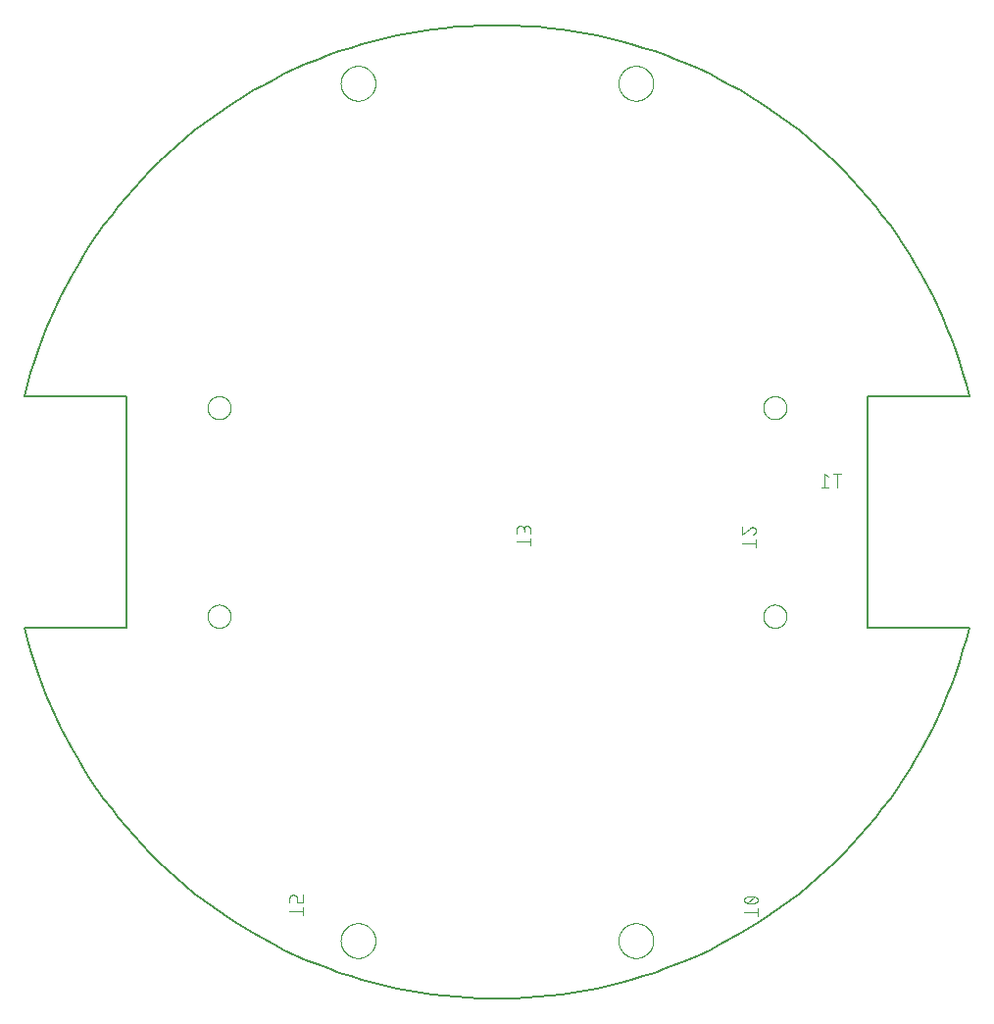
<source format=gbo>
G75*
%MOIN*%
%OFA0B0*%
%FSLAX25Y25*%
%IPPOS*%
%LPD*%
%AMOC8*
5,1,8,0,0,1.08239X$1,22.5*
%
%ADD10C,0.00600*%
%ADD11C,0.00000*%
%ADD12C,0.00400*%
D10*
X0018150Y0144410D02*
X0052796Y0144410D01*
X0052796Y0223150D01*
X0018150Y0223150D01*
X0018150Y0223151D02*
X0019158Y0227061D01*
X0020260Y0230946D01*
X0021458Y0234802D01*
X0022749Y0238628D01*
X0024133Y0242421D01*
X0025609Y0246180D01*
X0027177Y0249901D01*
X0028835Y0253583D01*
X0030582Y0257223D01*
X0032418Y0260820D01*
X0034341Y0264370D01*
X0036350Y0267873D01*
X0038445Y0271326D01*
X0040622Y0274726D01*
X0042882Y0278072D01*
X0045224Y0281362D01*
X0047644Y0284594D01*
X0050143Y0287766D01*
X0052719Y0290876D01*
X0055370Y0293922D01*
X0058094Y0296902D01*
X0060891Y0299815D01*
X0063758Y0302659D01*
X0066693Y0305432D01*
X0069695Y0308132D01*
X0072762Y0310759D01*
X0075892Y0313309D01*
X0079084Y0315783D01*
X0082335Y0318178D01*
X0085644Y0320493D01*
X0089008Y0322726D01*
X0092426Y0324876D01*
X0095895Y0326943D01*
X0099414Y0328924D01*
X0102979Y0330818D01*
X0106591Y0332625D01*
X0110245Y0334344D01*
X0113940Y0335972D01*
X0117673Y0337510D01*
X0121444Y0338956D01*
X0125248Y0340310D01*
X0129084Y0341570D01*
X0132950Y0342737D01*
X0136843Y0343808D01*
X0140761Y0344784D01*
X0144702Y0345665D01*
X0148663Y0346448D01*
X0152643Y0347135D01*
X0156637Y0347725D01*
X0160645Y0348217D01*
X0164664Y0348610D01*
X0168691Y0348906D01*
X0172724Y0349103D01*
X0176761Y0349202D01*
X0180799Y0349202D01*
X0184836Y0349103D01*
X0188869Y0348906D01*
X0192896Y0348610D01*
X0196915Y0348217D01*
X0200923Y0347725D01*
X0204917Y0347135D01*
X0208897Y0346448D01*
X0212858Y0345665D01*
X0216799Y0344784D01*
X0220717Y0343808D01*
X0224610Y0342737D01*
X0228476Y0341570D01*
X0232312Y0340310D01*
X0236116Y0338956D01*
X0239887Y0337510D01*
X0243620Y0335972D01*
X0247315Y0334344D01*
X0250969Y0332625D01*
X0254581Y0330818D01*
X0258146Y0328924D01*
X0261665Y0326943D01*
X0265134Y0324876D01*
X0268552Y0322726D01*
X0271916Y0320493D01*
X0275225Y0318178D01*
X0278476Y0315783D01*
X0281668Y0313309D01*
X0284798Y0310759D01*
X0287865Y0308132D01*
X0290867Y0305432D01*
X0293802Y0302659D01*
X0296669Y0299815D01*
X0299466Y0296902D01*
X0302190Y0293922D01*
X0304841Y0290876D01*
X0307417Y0287766D01*
X0309916Y0284594D01*
X0312336Y0281362D01*
X0314678Y0278072D01*
X0316938Y0274726D01*
X0319115Y0271326D01*
X0321210Y0267873D01*
X0323219Y0264370D01*
X0325142Y0260820D01*
X0326978Y0257223D01*
X0328725Y0253583D01*
X0330383Y0249901D01*
X0331951Y0246180D01*
X0333427Y0242421D01*
X0334811Y0238628D01*
X0336102Y0234802D01*
X0337300Y0230946D01*
X0338402Y0227061D01*
X0339410Y0223151D01*
X0339410Y0223150D02*
X0304765Y0223150D01*
X0304765Y0144410D01*
X0339410Y0144410D01*
X0338402Y0140500D01*
X0337300Y0136615D01*
X0336102Y0132759D01*
X0334811Y0128933D01*
X0333427Y0125140D01*
X0331951Y0121381D01*
X0330383Y0117660D01*
X0328725Y0113978D01*
X0326978Y0110338D01*
X0325142Y0106741D01*
X0323219Y0103191D01*
X0321210Y0099688D01*
X0319115Y0096235D01*
X0316938Y0092835D01*
X0314678Y0089489D01*
X0312336Y0086199D01*
X0309916Y0082967D01*
X0307417Y0079795D01*
X0304841Y0076685D01*
X0302190Y0073639D01*
X0299466Y0070659D01*
X0296669Y0067746D01*
X0293802Y0064902D01*
X0290867Y0062129D01*
X0287865Y0059429D01*
X0284798Y0056802D01*
X0281668Y0054252D01*
X0278476Y0051778D01*
X0275225Y0049383D01*
X0271916Y0047068D01*
X0268552Y0044835D01*
X0265134Y0042685D01*
X0261665Y0040618D01*
X0258146Y0038637D01*
X0254581Y0036743D01*
X0250969Y0034936D01*
X0247315Y0033217D01*
X0243620Y0031589D01*
X0239887Y0030051D01*
X0236116Y0028605D01*
X0232312Y0027251D01*
X0228476Y0025991D01*
X0224610Y0024824D01*
X0220717Y0023753D01*
X0216799Y0022777D01*
X0212858Y0021896D01*
X0208897Y0021113D01*
X0204917Y0020426D01*
X0200923Y0019836D01*
X0196915Y0019344D01*
X0192896Y0018951D01*
X0188869Y0018655D01*
X0184836Y0018458D01*
X0180799Y0018359D01*
X0176761Y0018359D01*
X0172724Y0018458D01*
X0168691Y0018655D01*
X0164664Y0018951D01*
X0160645Y0019344D01*
X0156637Y0019836D01*
X0152643Y0020426D01*
X0148663Y0021113D01*
X0144702Y0021896D01*
X0140761Y0022777D01*
X0136843Y0023753D01*
X0132950Y0024824D01*
X0129084Y0025991D01*
X0125248Y0027251D01*
X0121444Y0028605D01*
X0117673Y0030051D01*
X0113940Y0031589D01*
X0110245Y0033217D01*
X0106591Y0034936D01*
X0102979Y0036743D01*
X0099414Y0038637D01*
X0095895Y0040618D01*
X0092426Y0042685D01*
X0089008Y0044835D01*
X0085644Y0047068D01*
X0082335Y0049383D01*
X0079084Y0051778D01*
X0075892Y0054252D01*
X0072762Y0056802D01*
X0069695Y0059429D01*
X0066693Y0062129D01*
X0063758Y0064902D01*
X0060891Y0067746D01*
X0058094Y0070659D01*
X0055370Y0073639D01*
X0052719Y0076685D01*
X0050143Y0079795D01*
X0047644Y0082967D01*
X0045224Y0086199D01*
X0042882Y0089489D01*
X0040622Y0092835D01*
X0038445Y0096235D01*
X0036350Y0099688D01*
X0034341Y0103191D01*
X0032418Y0106741D01*
X0030582Y0110338D01*
X0028835Y0113978D01*
X0027177Y0117660D01*
X0025609Y0121381D01*
X0024133Y0125140D01*
X0022749Y0128933D01*
X0021458Y0132759D01*
X0020260Y0136615D01*
X0019158Y0140500D01*
X0018150Y0144410D01*
D11*
X0080355Y0148347D02*
X0080357Y0148472D01*
X0080363Y0148597D01*
X0080373Y0148721D01*
X0080387Y0148845D01*
X0080404Y0148969D01*
X0080426Y0149092D01*
X0080452Y0149214D01*
X0080481Y0149336D01*
X0080514Y0149456D01*
X0080552Y0149575D01*
X0080592Y0149694D01*
X0080637Y0149810D01*
X0080685Y0149925D01*
X0080737Y0150039D01*
X0080793Y0150151D01*
X0080852Y0150261D01*
X0080914Y0150369D01*
X0080980Y0150476D01*
X0081049Y0150580D01*
X0081122Y0150681D01*
X0081197Y0150781D01*
X0081276Y0150878D01*
X0081358Y0150972D01*
X0081443Y0151064D01*
X0081530Y0151153D01*
X0081621Y0151239D01*
X0081714Y0151322D01*
X0081810Y0151403D01*
X0081908Y0151480D01*
X0082008Y0151554D01*
X0082111Y0151625D01*
X0082216Y0151692D01*
X0082324Y0151757D01*
X0082433Y0151817D01*
X0082544Y0151875D01*
X0082657Y0151928D01*
X0082771Y0151978D01*
X0082887Y0152025D01*
X0083004Y0152067D01*
X0083123Y0152106D01*
X0083243Y0152142D01*
X0083364Y0152173D01*
X0083486Y0152201D01*
X0083608Y0152224D01*
X0083732Y0152244D01*
X0083856Y0152260D01*
X0083980Y0152272D01*
X0084105Y0152280D01*
X0084230Y0152284D01*
X0084354Y0152284D01*
X0084479Y0152280D01*
X0084604Y0152272D01*
X0084728Y0152260D01*
X0084852Y0152244D01*
X0084976Y0152224D01*
X0085098Y0152201D01*
X0085220Y0152173D01*
X0085341Y0152142D01*
X0085461Y0152106D01*
X0085580Y0152067D01*
X0085697Y0152025D01*
X0085813Y0151978D01*
X0085927Y0151928D01*
X0086040Y0151875D01*
X0086151Y0151817D01*
X0086261Y0151757D01*
X0086368Y0151692D01*
X0086473Y0151625D01*
X0086576Y0151554D01*
X0086676Y0151480D01*
X0086774Y0151403D01*
X0086870Y0151322D01*
X0086963Y0151239D01*
X0087054Y0151153D01*
X0087141Y0151064D01*
X0087226Y0150972D01*
X0087308Y0150878D01*
X0087387Y0150781D01*
X0087462Y0150681D01*
X0087535Y0150580D01*
X0087604Y0150476D01*
X0087670Y0150369D01*
X0087732Y0150261D01*
X0087791Y0150151D01*
X0087847Y0150039D01*
X0087899Y0149925D01*
X0087947Y0149810D01*
X0087992Y0149694D01*
X0088032Y0149575D01*
X0088070Y0149456D01*
X0088103Y0149336D01*
X0088132Y0149214D01*
X0088158Y0149092D01*
X0088180Y0148969D01*
X0088197Y0148845D01*
X0088211Y0148721D01*
X0088221Y0148597D01*
X0088227Y0148472D01*
X0088229Y0148347D01*
X0088227Y0148222D01*
X0088221Y0148097D01*
X0088211Y0147973D01*
X0088197Y0147849D01*
X0088180Y0147725D01*
X0088158Y0147602D01*
X0088132Y0147480D01*
X0088103Y0147358D01*
X0088070Y0147238D01*
X0088032Y0147119D01*
X0087992Y0147000D01*
X0087947Y0146884D01*
X0087899Y0146769D01*
X0087847Y0146655D01*
X0087791Y0146543D01*
X0087732Y0146433D01*
X0087670Y0146325D01*
X0087604Y0146218D01*
X0087535Y0146114D01*
X0087462Y0146013D01*
X0087387Y0145913D01*
X0087308Y0145816D01*
X0087226Y0145722D01*
X0087141Y0145630D01*
X0087054Y0145541D01*
X0086963Y0145455D01*
X0086870Y0145372D01*
X0086774Y0145291D01*
X0086676Y0145214D01*
X0086576Y0145140D01*
X0086473Y0145069D01*
X0086368Y0145002D01*
X0086260Y0144937D01*
X0086151Y0144877D01*
X0086040Y0144819D01*
X0085927Y0144766D01*
X0085813Y0144716D01*
X0085697Y0144669D01*
X0085580Y0144627D01*
X0085461Y0144588D01*
X0085341Y0144552D01*
X0085220Y0144521D01*
X0085098Y0144493D01*
X0084976Y0144470D01*
X0084852Y0144450D01*
X0084728Y0144434D01*
X0084604Y0144422D01*
X0084479Y0144414D01*
X0084354Y0144410D01*
X0084230Y0144410D01*
X0084105Y0144414D01*
X0083980Y0144422D01*
X0083856Y0144434D01*
X0083732Y0144450D01*
X0083608Y0144470D01*
X0083486Y0144493D01*
X0083364Y0144521D01*
X0083243Y0144552D01*
X0083123Y0144588D01*
X0083004Y0144627D01*
X0082887Y0144669D01*
X0082771Y0144716D01*
X0082657Y0144766D01*
X0082544Y0144819D01*
X0082433Y0144877D01*
X0082323Y0144937D01*
X0082216Y0145002D01*
X0082111Y0145069D01*
X0082008Y0145140D01*
X0081908Y0145214D01*
X0081810Y0145291D01*
X0081714Y0145372D01*
X0081621Y0145455D01*
X0081530Y0145541D01*
X0081443Y0145630D01*
X0081358Y0145722D01*
X0081276Y0145816D01*
X0081197Y0145913D01*
X0081122Y0146013D01*
X0081049Y0146114D01*
X0080980Y0146218D01*
X0080914Y0146325D01*
X0080852Y0146433D01*
X0080793Y0146543D01*
X0080737Y0146655D01*
X0080685Y0146769D01*
X0080637Y0146884D01*
X0080592Y0147000D01*
X0080552Y0147119D01*
X0080514Y0147238D01*
X0080481Y0147358D01*
X0080452Y0147480D01*
X0080426Y0147602D01*
X0080404Y0147725D01*
X0080387Y0147849D01*
X0080373Y0147973D01*
X0080363Y0148097D01*
X0080357Y0148222D01*
X0080355Y0148347D01*
X0080355Y0219213D02*
X0080357Y0219338D01*
X0080363Y0219463D01*
X0080373Y0219587D01*
X0080387Y0219711D01*
X0080404Y0219835D01*
X0080426Y0219958D01*
X0080452Y0220080D01*
X0080481Y0220202D01*
X0080514Y0220322D01*
X0080552Y0220441D01*
X0080592Y0220560D01*
X0080637Y0220676D01*
X0080685Y0220791D01*
X0080737Y0220905D01*
X0080793Y0221017D01*
X0080852Y0221127D01*
X0080914Y0221235D01*
X0080980Y0221342D01*
X0081049Y0221446D01*
X0081122Y0221547D01*
X0081197Y0221647D01*
X0081276Y0221744D01*
X0081358Y0221838D01*
X0081443Y0221930D01*
X0081530Y0222019D01*
X0081621Y0222105D01*
X0081714Y0222188D01*
X0081810Y0222269D01*
X0081908Y0222346D01*
X0082008Y0222420D01*
X0082111Y0222491D01*
X0082216Y0222558D01*
X0082324Y0222623D01*
X0082433Y0222683D01*
X0082544Y0222741D01*
X0082657Y0222794D01*
X0082771Y0222844D01*
X0082887Y0222891D01*
X0083004Y0222933D01*
X0083123Y0222972D01*
X0083243Y0223008D01*
X0083364Y0223039D01*
X0083486Y0223067D01*
X0083608Y0223090D01*
X0083732Y0223110D01*
X0083856Y0223126D01*
X0083980Y0223138D01*
X0084105Y0223146D01*
X0084230Y0223150D01*
X0084354Y0223150D01*
X0084479Y0223146D01*
X0084604Y0223138D01*
X0084728Y0223126D01*
X0084852Y0223110D01*
X0084976Y0223090D01*
X0085098Y0223067D01*
X0085220Y0223039D01*
X0085341Y0223008D01*
X0085461Y0222972D01*
X0085580Y0222933D01*
X0085697Y0222891D01*
X0085813Y0222844D01*
X0085927Y0222794D01*
X0086040Y0222741D01*
X0086151Y0222683D01*
X0086261Y0222623D01*
X0086368Y0222558D01*
X0086473Y0222491D01*
X0086576Y0222420D01*
X0086676Y0222346D01*
X0086774Y0222269D01*
X0086870Y0222188D01*
X0086963Y0222105D01*
X0087054Y0222019D01*
X0087141Y0221930D01*
X0087226Y0221838D01*
X0087308Y0221744D01*
X0087387Y0221647D01*
X0087462Y0221547D01*
X0087535Y0221446D01*
X0087604Y0221342D01*
X0087670Y0221235D01*
X0087732Y0221127D01*
X0087791Y0221017D01*
X0087847Y0220905D01*
X0087899Y0220791D01*
X0087947Y0220676D01*
X0087992Y0220560D01*
X0088032Y0220441D01*
X0088070Y0220322D01*
X0088103Y0220202D01*
X0088132Y0220080D01*
X0088158Y0219958D01*
X0088180Y0219835D01*
X0088197Y0219711D01*
X0088211Y0219587D01*
X0088221Y0219463D01*
X0088227Y0219338D01*
X0088229Y0219213D01*
X0088227Y0219088D01*
X0088221Y0218963D01*
X0088211Y0218839D01*
X0088197Y0218715D01*
X0088180Y0218591D01*
X0088158Y0218468D01*
X0088132Y0218346D01*
X0088103Y0218224D01*
X0088070Y0218104D01*
X0088032Y0217985D01*
X0087992Y0217866D01*
X0087947Y0217750D01*
X0087899Y0217635D01*
X0087847Y0217521D01*
X0087791Y0217409D01*
X0087732Y0217299D01*
X0087670Y0217191D01*
X0087604Y0217084D01*
X0087535Y0216980D01*
X0087462Y0216879D01*
X0087387Y0216779D01*
X0087308Y0216682D01*
X0087226Y0216588D01*
X0087141Y0216496D01*
X0087054Y0216407D01*
X0086963Y0216321D01*
X0086870Y0216238D01*
X0086774Y0216157D01*
X0086676Y0216080D01*
X0086576Y0216006D01*
X0086473Y0215935D01*
X0086368Y0215868D01*
X0086260Y0215803D01*
X0086151Y0215743D01*
X0086040Y0215685D01*
X0085927Y0215632D01*
X0085813Y0215582D01*
X0085697Y0215535D01*
X0085580Y0215493D01*
X0085461Y0215454D01*
X0085341Y0215418D01*
X0085220Y0215387D01*
X0085098Y0215359D01*
X0084976Y0215336D01*
X0084852Y0215316D01*
X0084728Y0215300D01*
X0084604Y0215288D01*
X0084479Y0215280D01*
X0084354Y0215276D01*
X0084230Y0215276D01*
X0084105Y0215280D01*
X0083980Y0215288D01*
X0083856Y0215300D01*
X0083732Y0215316D01*
X0083608Y0215336D01*
X0083486Y0215359D01*
X0083364Y0215387D01*
X0083243Y0215418D01*
X0083123Y0215454D01*
X0083004Y0215493D01*
X0082887Y0215535D01*
X0082771Y0215582D01*
X0082657Y0215632D01*
X0082544Y0215685D01*
X0082433Y0215743D01*
X0082323Y0215803D01*
X0082216Y0215868D01*
X0082111Y0215935D01*
X0082008Y0216006D01*
X0081908Y0216080D01*
X0081810Y0216157D01*
X0081714Y0216238D01*
X0081621Y0216321D01*
X0081530Y0216407D01*
X0081443Y0216496D01*
X0081358Y0216588D01*
X0081276Y0216682D01*
X0081197Y0216779D01*
X0081122Y0216879D01*
X0081049Y0216980D01*
X0080980Y0217084D01*
X0080914Y0217191D01*
X0080852Y0217299D01*
X0080793Y0217409D01*
X0080737Y0217521D01*
X0080685Y0217635D01*
X0080637Y0217750D01*
X0080592Y0217866D01*
X0080552Y0217985D01*
X0080514Y0218104D01*
X0080481Y0218224D01*
X0080452Y0218346D01*
X0080426Y0218468D01*
X0080404Y0218591D01*
X0080387Y0218715D01*
X0080373Y0218839D01*
X0080363Y0218963D01*
X0080357Y0219088D01*
X0080355Y0219213D01*
X0125630Y0329450D02*
X0125632Y0329603D01*
X0125638Y0329757D01*
X0125648Y0329910D01*
X0125662Y0330062D01*
X0125680Y0330215D01*
X0125702Y0330366D01*
X0125727Y0330517D01*
X0125757Y0330668D01*
X0125791Y0330818D01*
X0125828Y0330966D01*
X0125869Y0331114D01*
X0125914Y0331260D01*
X0125963Y0331406D01*
X0126016Y0331550D01*
X0126072Y0331692D01*
X0126132Y0331833D01*
X0126196Y0331973D01*
X0126263Y0332111D01*
X0126334Y0332247D01*
X0126409Y0332381D01*
X0126486Y0332513D01*
X0126568Y0332643D01*
X0126652Y0332771D01*
X0126740Y0332897D01*
X0126831Y0333020D01*
X0126925Y0333141D01*
X0127023Y0333259D01*
X0127123Y0333375D01*
X0127227Y0333488D01*
X0127333Y0333599D01*
X0127442Y0333707D01*
X0127554Y0333812D01*
X0127668Y0333913D01*
X0127786Y0334012D01*
X0127905Y0334108D01*
X0128027Y0334201D01*
X0128152Y0334290D01*
X0128279Y0334377D01*
X0128408Y0334459D01*
X0128539Y0334539D01*
X0128672Y0334615D01*
X0128807Y0334688D01*
X0128944Y0334757D01*
X0129083Y0334822D01*
X0129223Y0334884D01*
X0129365Y0334942D01*
X0129508Y0334997D01*
X0129653Y0335048D01*
X0129799Y0335095D01*
X0129946Y0335138D01*
X0130094Y0335177D01*
X0130243Y0335213D01*
X0130393Y0335244D01*
X0130544Y0335272D01*
X0130695Y0335296D01*
X0130848Y0335316D01*
X0131000Y0335332D01*
X0131153Y0335344D01*
X0131306Y0335352D01*
X0131459Y0335356D01*
X0131613Y0335356D01*
X0131766Y0335352D01*
X0131919Y0335344D01*
X0132072Y0335332D01*
X0132224Y0335316D01*
X0132377Y0335296D01*
X0132528Y0335272D01*
X0132679Y0335244D01*
X0132829Y0335213D01*
X0132978Y0335177D01*
X0133126Y0335138D01*
X0133273Y0335095D01*
X0133419Y0335048D01*
X0133564Y0334997D01*
X0133707Y0334942D01*
X0133849Y0334884D01*
X0133989Y0334822D01*
X0134128Y0334757D01*
X0134265Y0334688D01*
X0134400Y0334615D01*
X0134533Y0334539D01*
X0134664Y0334459D01*
X0134793Y0334377D01*
X0134920Y0334290D01*
X0135045Y0334201D01*
X0135167Y0334108D01*
X0135286Y0334012D01*
X0135404Y0333913D01*
X0135518Y0333812D01*
X0135630Y0333707D01*
X0135739Y0333599D01*
X0135845Y0333488D01*
X0135949Y0333375D01*
X0136049Y0333259D01*
X0136147Y0333141D01*
X0136241Y0333020D01*
X0136332Y0332897D01*
X0136420Y0332771D01*
X0136504Y0332643D01*
X0136586Y0332513D01*
X0136663Y0332381D01*
X0136738Y0332247D01*
X0136809Y0332111D01*
X0136876Y0331973D01*
X0136940Y0331833D01*
X0137000Y0331692D01*
X0137056Y0331550D01*
X0137109Y0331406D01*
X0137158Y0331260D01*
X0137203Y0331114D01*
X0137244Y0330966D01*
X0137281Y0330818D01*
X0137315Y0330668D01*
X0137345Y0330517D01*
X0137370Y0330366D01*
X0137392Y0330215D01*
X0137410Y0330062D01*
X0137424Y0329910D01*
X0137434Y0329757D01*
X0137440Y0329603D01*
X0137442Y0329450D01*
X0137440Y0329297D01*
X0137434Y0329143D01*
X0137424Y0328990D01*
X0137410Y0328838D01*
X0137392Y0328685D01*
X0137370Y0328534D01*
X0137345Y0328383D01*
X0137315Y0328232D01*
X0137281Y0328082D01*
X0137244Y0327934D01*
X0137203Y0327786D01*
X0137158Y0327640D01*
X0137109Y0327494D01*
X0137056Y0327350D01*
X0137000Y0327208D01*
X0136940Y0327067D01*
X0136876Y0326927D01*
X0136809Y0326789D01*
X0136738Y0326653D01*
X0136663Y0326519D01*
X0136586Y0326387D01*
X0136504Y0326257D01*
X0136420Y0326129D01*
X0136332Y0326003D01*
X0136241Y0325880D01*
X0136147Y0325759D01*
X0136049Y0325641D01*
X0135949Y0325525D01*
X0135845Y0325412D01*
X0135739Y0325301D01*
X0135630Y0325193D01*
X0135518Y0325088D01*
X0135404Y0324987D01*
X0135286Y0324888D01*
X0135167Y0324792D01*
X0135045Y0324699D01*
X0134920Y0324610D01*
X0134793Y0324523D01*
X0134664Y0324441D01*
X0134533Y0324361D01*
X0134400Y0324285D01*
X0134265Y0324212D01*
X0134128Y0324143D01*
X0133989Y0324078D01*
X0133849Y0324016D01*
X0133707Y0323958D01*
X0133564Y0323903D01*
X0133419Y0323852D01*
X0133273Y0323805D01*
X0133126Y0323762D01*
X0132978Y0323723D01*
X0132829Y0323687D01*
X0132679Y0323656D01*
X0132528Y0323628D01*
X0132377Y0323604D01*
X0132224Y0323584D01*
X0132072Y0323568D01*
X0131919Y0323556D01*
X0131766Y0323548D01*
X0131613Y0323544D01*
X0131459Y0323544D01*
X0131306Y0323548D01*
X0131153Y0323556D01*
X0131000Y0323568D01*
X0130848Y0323584D01*
X0130695Y0323604D01*
X0130544Y0323628D01*
X0130393Y0323656D01*
X0130243Y0323687D01*
X0130094Y0323723D01*
X0129946Y0323762D01*
X0129799Y0323805D01*
X0129653Y0323852D01*
X0129508Y0323903D01*
X0129365Y0323958D01*
X0129223Y0324016D01*
X0129083Y0324078D01*
X0128944Y0324143D01*
X0128807Y0324212D01*
X0128672Y0324285D01*
X0128539Y0324361D01*
X0128408Y0324441D01*
X0128279Y0324523D01*
X0128152Y0324610D01*
X0128027Y0324699D01*
X0127905Y0324792D01*
X0127786Y0324888D01*
X0127668Y0324987D01*
X0127554Y0325088D01*
X0127442Y0325193D01*
X0127333Y0325301D01*
X0127227Y0325412D01*
X0127123Y0325525D01*
X0127023Y0325641D01*
X0126925Y0325759D01*
X0126831Y0325880D01*
X0126740Y0326003D01*
X0126652Y0326129D01*
X0126568Y0326257D01*
X0126486Y0326387D01*
X0126409Y0326519D01*
X0126334Y0326653D01*
X0126263Y0326789D01*
X0126196Y0326927D01*
X0126132Y0327067D01*
X0126072Y0327208D01*
X0126016Y0327350D01*
X0125963Y0327494D01*
X0125914Y0327640D01*
X0125869Y0327786D01*
X0125828Y0327934D01*
X0125791Y0328082D01*
X0125757Y0328232D01*
X0125727Y0328383D01*
X0125702Y0328534D01*
X0125680Y0328685D01*
X0125662Y0328838D01*
X0125648Y0328990D01*
X0125638Y0329143D01*
X0125632Y0329297D01*
X0125630Y0329450D01*
X0220118Y0329450D02*
X0220120Y0329603D01*
X0220126Y0329757D01*
X0220136Y0329910D01*
X0220150Y0330062D01*
X0220168Y0330215D01*
X0220190Y0330366D01*
X0220215Y0330517D01*
X0220245Y0330668D01*
X0220279Y0330818D01*
X0220316Y0330966D01*
X0220357Y0331114D01*
X0220402Y0331260D01*
X0220451Y0331406D01*
X0220504Y0331550D01*
X0220560Y0331692D01*
X0220620Y0331833D01*
X0220684Y0331973D01*
X0220751Y0332111D01*
X0220822Y0332247D01*
X0220897Y0332381D01*
X0220974Y0332513D01*
X0221056Y0332643D01*
X0221140Y0332771D01*
X0221228Y0332897D01*
X0221319Y0333020D01*
X0221413Y0333141D01*
X0221511Y0333259D01*
X0221611Y0333375D01*
X0221715Y0333488D01*
X0221821Y0333599D01*
X0221930Y0333707D01*
X0222042Y0333812D01*
X0222156Y0333913D01*
X0222274Y0334012D01*
X0222393Y0334108D01*
X0222515Y0334201D01*
X0222640Y0334290D01*
X0222767Y0334377D01*
X0222896Y0334459D01*
X0223027Y0334539D01*
X0223160Y0334615D01*
X0223295Y0334688D01*
X0223432Y0334757D01*
X0223571Y0334822D01*
X0223711Y0334884D01*
X0223853Y0334942D01*
X0223996Y0334997D01*
X0224141Y0335048D01*
X0224287Y0335095D01*
X0224434Y0335138D01*
X0224582Y0335177D01*
X0224731Y0335213D01*
X0224881Y0335244D01*
X0225032Y0335272D01*
X0225183Y0335296D01*
X0225336Y0335316D01*
X0225488Y0335332D01*
X0225641Y0335344D01*
X0225794Y0335352D01*
X0225947Y0335356D01*
X0226101Y0335356D01*
X0226254Y0335352D01*
X0226407Y0335344D01*
X0226560Y0335332D01*
X0226712Y0335316D01*
X0226865Y0335296D01*
X0227016Y0335272D01*
X0227167Y0335244D01*
X0227317Y0335213D01*
X0227466Y0335177D01*
X0227614Y0335138D01*
X0227761Y0335095D01*
X0227907Y0335048D01*
X0228052Y0334997D01*
X0228195Y0334942D01*
X0228337Y0334884D01*
X0228477Y0334822D01*
X0228616Y0334757D01*
X0228753Y0334688D01*
X0228888Y0334615D01*
X0229021Y0334539D01*
X0229152Y0334459D01*
X0229281Y0334377D01*
X0229408Y0334290D01*
X0229533Y0334201D01*
X0229655Y0334108D01*
X0229774Y0334012D01*
X0229892Y0333913D01*
X0230006Y0333812D01*
X0230118Y0333707D01*
X0230227Y0333599D01*
X0230333Y0333488D01*
X0230437Y0333375D01*
X0230537Y0333259D01*
X0230635Y0333141D01*
X0230729Y0333020D01*
X0230820Y0332897D01*
X0230908Y0332771D01*
X0230992Y0332643D01*
X0231074Y0332513D01*
X0231151Y0332381D01*
X0231226Y0332247D01*
X0231297Y0332111D01*
X0231364Y0331973D01*
X0231428Y0331833D01*
X0231488Y0331692D01*
X0231544Y0331550D01*
X0231597Y0331406D01*
X0231646Y0331260D01*
X0231691Y0331114D01*
X0231732Y0330966D01*
X0231769Y0330818D01*
X0231803Y0330668D01*
X0231833Y0330517D01*
X0231858Y0330366D01*
X0231880Y0330215D01*
X0231898Y0330062D01*
X0231912Y0329910D01*
X0231922Y0329757D01*
X0231928Y0329603D01*
X0231930Y0329450D01*
X0231928Y0329297D01*
X0231922Y0329143D01*
X0231912Y0328990D01*
X0231898Y0328838D01*
X0231880Y0328685D01*
X0231858Y0328534D01*
X0231833Y0328383D01*
X0231803Y0328232D01*
X0231769Y0328082D01*
X0231732Y0327934D01*
X0231691Y0327786D01*
X0231646Y0327640D01*
X0231597Y0327494D01*
X0231544Y0327350D01*
X0231488Y0327208D01*
X0231428Y0327067D01*
X0231364Y0326927D01*
X0231297Y0326789D01*
X0231226Y0326653D01*
X0231151Y0326519D01*
X0231074Y0326387D01*
X0230992Y0326257D01*
X0230908Y0326129D01*
X0230820Y0326003D01*
X0230729Y0325880D01*
X0230635Y0325759D01*
X0230537Y0325641D01*
X0230437Y0325525D01*
X0230333Y0325412D01*
X0230227Y0325301D01*
X0230118Y0325193D01*
X0230006Y0325088D01*
X0229892Y0324987D01*
X0229774Y0324888D01*
X0229655Y0324792D01*
X0229533Y0324699D01*
X0229408Y0324610D01*
X0229281Y0324523D01*
X0229152Y0324441D01*
X0229021Y0324361D01*
X0228888Y0324285D01*
X0228753Y0324212D01*
X0228616Y0324143D01*
X0228477Y0324078D01*
X0228337Y0324016D01*
X0228195Y0323958D01*
X0228052Y0323903D01*
X0227907Y0323852D01*
X0227761Y0323805D01*
X0227614Y0323762D01*
X0227466Y0323723D01*
X0227317Y0323687D01*
X0227167Y0323656D01*
X0227016Y0323628D01*
X0226865Y0323604D01*
X0226712Y0323584D01*
X0226560Y0323568D01*
X0226407Y0323556D01*
X0226254Y0323548D01*
X0226101Y0323544D01*
X0225947Y0323544D01*
X0225794Y0323548D01*
X0225641Y0323556D01*
X0225488Y0323568D01*
X0225336Y0323584D01*
X0225183Y0323604D01*
X0225032Y0323628D01*
X0224881Y0323656D01*
X0224731Y0323687D01*
X0224582Y0323723D01*
X0224434Y0323762D01*
X0224287Y0323805D01*
X0224141Y0323852D01*
X0223996Y0323903D01*
X0223853Y0323958D01*
X0223711Y0324016D01*
X0223571Y0324078D01*
X0223432Y0324143D01*
X0223295Y0324212D01*
X0223160Y0324285D01*
X0223027Y0324361D01*
X0222896Y0324441D01*
X0222767Y0324523D01*
X0222640Y0324610D01*
X0222515Y0324699D01*
X0222393Y0324792D01*
X0222274Y0324888D01*
X0222156Y0324987D01*
X0222042Y0325088D01*
X0221930Y0325193D01*
X0221821Y0325301D01*
X0221715Y0325412D01*
X0221611Y0325525D01*
X0221511Y0325641D01*
X0221413Y0325759D01*
X0221319Y0325880D01*
X0221228Y0326003D01*
X0221140Y0326129D01*
X0221056Y0326257D01*
X0220974Y0326387D01*
X0220897Y0326519D01*
X0220822Y0326653D01*
X0220751Y0326789D01*
X0220684Y0326927D01*
X0220620Y0327067D01*
X0220560Y0327208D01*
X0220504Y0327350D01*
X0220451Y0327494D01*
X0220402Y0327640D01*
X0220357Y0327786D01*
X0220316Y0327934D01*
X0220279Y0328082D01*
X0220245Y0328232D01*
X0220215Y0328383D01*
X0220190Y0328534D01*
X0220168Y0328685D01*
X0220150Y0328838D01*
X0220136Y0328990D01*
X0220126Y0329143D01*
X0220120Y0329297D01*
X0220118Y0329450D01*
X0269332Y0219213D02*
X0269334Y0219338D01*
X0269340Y0219463D01*
X0269350Y0219587D01*
X0269364Y0219711D01*
X0269381Y0219835D01*
X0269403Y0219958D01*
X0269429Y0220080D01*
X0269458Y0220202D01*
X0269491Y0220322D01*
X0269529Y0220441D01*
X0269569Y0220560D01*
X0269614Y0220676D01*
X0269662Y0220791D01*
X0269714Y0220905D01*
X0269770Y0221017D01*
X0269829Y0221127D01*
X0269891Y0221235D01*
X0269957Y0221342D01*
X0270026Y0221446D01*
X0270099Y0221547D01*
X0270174Y0221647D01*
X0270253Y0221744D01*
X0270335Y0221838D01*
X0270420Y0221930D01*
X0270507Y0222019D01*
X0270598Y0222105D01*
X0270691Y0222188D01*
X0270787Y0222269D01*
X0270885Y0222346D01*
X0270985Y0222420D01*
X0271088Y0222491D01*
X0271193Y0222558D01*
X0271301Y0222623D01*
X0271410Y0222683D01*
X0271521Y0222741D01*
X0271634Y0222794D01*
X0271748Y0222844D01*
X0271864Y0222891D01*
X0271981Y0222933D01*
X0272100Y0222972D01*
X0272220Y0223008D01*
X0272341Y0223039D01*
X0272463Y0223067D01*
X0272585Y0223090D01*
X0272709Y0223110D01*
X0272833Y0223126D01*
X0272957Y0223138D01*
X0273082Y0223146D01*
X0273207Y0223150D01*
X0273331Y0223150D01*
X0273456Y0223146D01*
X0273581Y0223138D01*
X0273705Y0223126D01*
X0273829Y0223110D01*
X0273953Y0223090D01*
X0274075Y0223067D01*
X0274197Y0223039D01*
X0274318Y0223008D01*
X0274438Y0222972D01*
X0274557Y0222933D01*
X0274674Y0222891D01*
X0274790Y0222844D01*
X0274904Y0222794D01*
X0275017Y0222741D01*
X0275128Y0222683D01*
X0275238Y0222623D01*
X0275345Y0222558D01*
X0275450Y0222491D01*
X0275553Y0222420D01*
X0275653Y0222346D01*
X0275751Y0222269D01*
X0275847Y0222188D01*
X0275940Y0222105D01*
X0276031Y0222019D01*
X0276118Y0221930D01*
X0276203Y0221838D01*
X0276285Y0221744D01*
X0276364Y0221647D01*
X0276439Y0221547D01*
X0276512Y0221446D01*
X0276581Y0221342D01*
X0276647Y0221235D01*
X0276709Y0221127D01*
X0276768Y0221017D01*
X0276824Y0220905D01*
X0276876Y0220791D01*
X0276924Y0220676D01*
X0276969Y0220560D01*
X0277009Y0220441D01*
X0277047Y0220322D01*
X0277080Y0220202D01*
X0277109Y0220080D01*
X0277135Y0219958D01*
X0277157Y0219835D01*
X0277174Y0219711D01*
X0277188Y0219587D01*
X0277198Y0219463D01*
X0277204Y0219338D01*
X0277206Y0219213D01*
X0277204Y0219088D01*
X0277198Y0218963D01*
X0277188Y0218839D01*
X0277174Y0218715D01*
X0277157Y0218591D01*
X0277135Y0218468D01*
X0277109Y0218346D01*
X0277080Y0218224D01*
X0277047Y0218104D01*
X0277009Y0217985D01*
X0276969Y0217866D01*
X0276924Y0217750D01*
X0276876Y0217635D01*
X0276824Y0217521D01*
X0276768Y0217409D01*
X0276709Y0217299D01*
X0276647Y0217191D01*
X0276581Y0217084D01*
X0276512Y0216980D01*
X0276439Y0216879D01*
X0276364Y0216779D01*
X0276285Y0216682D01*
X0276203Y0216588D01*
X0276118Y0216496D01*
X0276031Y0216407D01*
X0275940Y0216321D01*
X0275847Y0216238D01*
X0275751Y0216157D01*
X0275653Y0216080D01*
X0275553Y0216006D01*
X0275450Y0215935D01*
X0275345Y0215868D01*
X0275237Y0215803D01*
X0275128Y0215743D01*
X0275017Y0215685D01*
X0274904Y0215632D01*
X0274790Y0215582D01*
X0274674Y0215535D01*
X0274557Y0215493D01*
X0274438Y0215454D01*
X0274318Y0215418D01*
X0274197Y0215387D01*
X0274075Y0215359D01*
X0273953Y0215336D01*
X0273829Y0215316D01*
X0273705Y0215300D01*
X0273581Y0215288D01*
X0273456Y0215280D01*
X0273331Y0215276D01*
X0273207Y0215276D01*
X0273082Y0215280D01*
X0272957Y0215288D01*
X0272833Y0215300D01*
X0272709Y0215316D01*
X0272585Y0215336D01*
X0272463Y0215359D01*
X0272341Y0215387D01*
X0272220Y0215418D01*
X0272100Y0215454D01*
X0271981Y0215493D01*
X0271864Y0215535D01*
X0271748Y0215582D01*
X0271634Y0215632D01*
X0271521Y0215685D01*
X0271410Y0215743D01*
X0271300Y0215803D01*
X0271193Y0215868D01*
X0271088Y0215935D01*
X0270985Y0216006D01*
X0270885Y0216080D01*
X0270787Y0216157D01*
X0270691Y0216238D01*
X0270598Y0216321D01*
X0270507Y0216407D01*
X0270420Y0216496D01*
X0270335Y0216588D01*
X0270253Y0216682D01*
X0270174Y0216779D01*
X0270099Y0216879D01*
X0270026Y0216980D01*
X0269957Y0217084D01*
X0269891Y0217191D01*
X0269829Y0217299D01*
X0269770Y0217409D01*
X0269714Y0217521D01*
X0269662Y0217635D01*
X0269614Y0217750D01*
X0269569Y0217866D01*
X0269529Y0217985D01*
X0269491Y0218104D01*
X0269458Y0218224D01*
X0269429Y0218346D01*
X0269403Y0218468D01*
X0269381Y0218591D01*
X0269364Y0218715D01*
X0269350Y0218839D01*
X0269340Y0218963D01*
X0269334Y0219088D01*
X0269332Y0219213D01*
X0269332Y0148347D02*
X0269334Y0148472D01*
X0269340Y0148597D01*
X0269350Y0148721D01*
X0269364Y0148845D01*
X0269381Y0148969D01*
X0269403Y0149092D01*
X0269429Y0149214D01*
X0269458Y0149336D01*
X0269491Y0149456D01*
X0269529Y0149575D01*
X0269569Y0149694D01*
X0269614Y0149810D01*
X0269662Y0149925D01*
X0269714Y0150039D01*
X0269770Y0150151D01*
X0269829Y0150261D01*
X0269891Y0150369D01*
X0269957Y0150476D01*
X0270026Y0150580D01*
X0270099Y0150681D01*
X0270174Y0150781D01*
X0270253Y0150878D01*
X0270335Y0150972D01*
X0270420Y0151064D01*
X0270507Y0151153D01*
X0270598Y0151239D01*
X0270691Y0151322D01*
X0270787Y0151403D01*
X0270885Y0151480D01*
X0270985Y0151554D01*
X0271088Y0151625D01*
X0271193Y0151692D01*
X0271301Y0151757D01*
X0271410Y0151817D01*
X0271521Y0151875D01*
X0271634Y0151928D01*
X0271748Y0151978D01*
X0271864Y0152025D01*
X0271981Y0152067D01*
X0272100Y0152106D01*
X0272220Y0152142D01*
X0272341Y0152173D01*
X0272463Y0152201D01*
X0272585Y0152224D01*
X0272709Y0152244D01*
X0272833Y0152260D01*
X0272957Y0152272D01*
X0273082Y0152280D01*
X0273207Y0152284D01*
X0273331Y0152284D01*
X0273456Y0152280D01*
X0273581Y0152272D01*
X0273705Y0152260D01*
X0273829Y0152244D01*
X0273953Y0152224D01*
X0274075Y0152201D01*
X0274197Y0152173D01*
X0274318Y0152142D01*
X0274438Y0152106D01*
X0274557Y0152067D01*
X0274674Y0152025D01*
X0274790Y0151978D01*
X0274904Y0151928D01*
X0275017Y0151875D01*
X0275128Y0151817D01*
X0275238Y0151757D01*
X0275345Y0151692D01*
X0275450Y0151625D01*
X0275553Y0151554D01*
X0275653Y0151480D01*
X0275751Y0151403D01*
X0275847Y0151322D01*
X0275940Y0151239D01*
X0276031Y0151153D01*
X0276118Y0151064D01*
X0276203Y0150972D01*
X0276285Y0150878D01*
X0276364Y0150781D01*
X0276439Y0150681D01*
X0276512Y0150580D01*
X0276581Y0150476D01*
X0276647Y0150369D01*
X0276709Y0150261D01*
X0276768Y0150151D01*
X0276824Y0150039D01*
X0276876Y0149925D01*
X0276924Y0149810D01*
X0276969Y0149694D01*
X0277009Y0149575D01*
X0277047Y0149456D01*
X0277080Y0149336D01*
X0277109Y0149214D01*
X0277135Y0149092D01*
X0277157Y0148969D01*
X0277174Y0148845D01*
X0277188Y0148721D01*
X0277198Y0148597D01*
X0277204Y0148472D01*
X0277206Y0148347D01*
X0277204Y0148222D01*
X0277198Y0148097D01*
X0277188Y0147973D01*
X0277174Y0147849D01*
X0277157Y0147725D01*
X0277135Y0147602D01*
X0277109Y0147480D01*
X0277080Y0147358D01*
X0277047Y0147238D01*
X0277009Y0147119D01*
X0276969Y0147000D01*
X0276924Y0146884D01*
X0276876Y0146769D01*
X0276824Y0146655D01*
X0276768Y0146543D01*
X0276709Y0146433D01*
X0276647Y0146325D01*
X0276581Y0146218D01*
X0276512Y0146114D01*
X0276439Y0146013D01*
X0276364Y0145913D01*
X0276285Y0145816D01*
X0276203Y0145722D01*
X0276118Y0145630D01*
X0276031Y0145541D01*
X0275940Y0145455D01*
X0275847Y0145372D01*
X0275751Y0145291D01*
X0275653Y0145214D01*
X0275553Y0145140D01*
X0275450Y0145069D01*
X0275345Y0145002D01*
X0275237Y0144937D01*
X0275128Y0144877D01*
X0275017Y0144819D01*
X0274904Y0144766D01*
X0274790Y0144716D01*
X0274674Y0144669D01*
X0274557Y0144627D01*
X0274438Y0144588D01*
X0274318Y0144552D01*
X0274197Y0144521D01*
X0274075Y0144493D01*
X0273953Y0144470D01*
X0273829Y0144450D01*
X0273705Y0144434D01*
X0273581Y0144422D01*
X0273456Y0144414D01*
X0273331Y0144410D01*
X0273207Y0144410D01*
X0273082Y0144414D01*
X0272957Y0144422D01*
X0272833Y0144434D01*
X0272709Y0144450D01*
X0272585Y0144470D01*
X0272463Y0144493D01*
X0272341Y0144521D01*
X0272220Y0144552D01*
X0272100Y0144588D01*
X0271981Y0144627D01*
X0271864Y0144669D01*
X0271748Y0144716D01*
X0271634Y0144766D01*
X0271521Y0144819D01*
X0271410Y0144877D01*
X0271300Y0144937D01*
X0271193Y0145002D01*
X0271088Y0145069D01*
X0270985Y0145140D01*
X0270885Y0145214D01*
X0270787Y0145291D01*
X0270691Y0145372D01*
X0270598Y0145455D01*
X0270507Y0145541D01*
X0270420Y0145630D01*
X0270335Y0145722D01*
X0270253Y0145816D01*
X0270174Y0145913D01*
X0270099Y0146013D01*
X0270026Y0146114D01*
X0269957Y0146218D01*
X0269891Y0146325D01*
X0269829Y0146433D01*
X0269770Y0146543D01*
X0269714Y0146655D01*
X0269662Y0146769D01*
X0269614Y0146884D01*
X0269569Y0147000D01*
X0269529Y0147119D01*
X0269491Y0147238D01*
X0269458Y0147358D01*
X0269429Y0147480D01*
X0269403Y0147602D01*
X0269381Y0147725D01*
X0269364Y0147849D01*
X0269350Y0147973D01*
X0269340Y0148097D01*
X0269334Y0148222D01*
X0269332Y0148347D01*
X0220118Y0038111D02*
X0220120Y0038264D01*
X0220126Y0038418D01*
X0220136Y0038571D01*
X0220150Y0038723D01*
X0220168Y0038876D01*
X0220190Y0039027D01*
X0220215Y0039178D01*
X0220245Y0039329D01*
X0220279Y0039479D01*
X0220316Y0039627D01*
X0220357Y0039775D01*
X0220402Y0039921D01*
X0220451Y0040067D01*
X0220504Y0040211D01*
X0220560Y0040353D01*
X0220620Y0040494D01*
X0220684Y0040634D01*
X0220751Y0040772D01*
X0220822Y0040908D01*
X0220897Y0041042D01*
X0220974Y0041174D01*
X0221056Y0041304D01*
X0221140Y0041432D01*
X0221228Y0041558D01*
X0221319Y0041681D01*
X0221413Y0041802D01*
X0221511Y0041920D01*
X0221611Y0042036D01*
X0221715Y0042149D01*
X0221821Y0042260D01*
X0221930Y0042368D01*
X0222042Y0042473D01*
X0222156Y0042574D01*
X0222274Y0042673D01*
X0222393Y0042769D01*
X0222515Y0042862D01*
X0222640Y0042951D01*
X0222767Y0043038D01*
X0222896Y0043120D01*
X0223027Y0043200D01*
X0223160Y0043276D01*
X0223295Y0043349D01*
X0223432Y0043418D01*
X0223571Y0043483D01*
X0223711Y0043545D01*
X0223853Y0043603D01*
X0223996Y0043658D01*
X0224141Y0043709D01*
X0224287Y0043756D01*
X0224434Y0043799D01*
X0224582Y0043838D01*
X0224731Y0043874D01*
X0224881Y0043905D01*
X0225032Y0043933D01*
X0225183Y0043957D01*
X0225336Y0043977D01*
X0225488Y0043993D01*
X0225641Y0044005D01*
X0225794Y0044013D01*
X0225947Y0044017D01*
X0226101Y0044017D01*
X0226254Y0044013D01*
X0226407Y0044005D01*
X0226560Y0043993D01*
X0226712Y0043977D01*
X0226865Y0043957D01*
X0227016Y0043933D01*
X0227167Y0043905D01*
X0227317Y0043874D01*
X0227466Y0043838D01*
X0227614Y0043799D01*
X0227761Y0043756D01*
X0227907Y0043709D01*
X0228052Y0043658D01*
X0228195Y0043603D01*
X0228337Y0043545D01*
X0228477Y0043483D01*
X0228616Y0043418D01*
X0228753Y0043349D01*
X0228888Y0043276D01*
X0229021Y0043200D01*
X0229152Y0043120D01*
X0229281Y0043038D01*
X0229408Y0042951D01*
X0229533Y0042862D01*
X0229655Y0042769D01*
X0229774Y0042673D01*
X0229892Y0042574D01*
X0230006Y0042473D01*
X0230118Y0042368D01*
X0230227Y0042260D01*
X0230333Y0042149D01*
X0230437Y0042036D01*
X0230537Y0041920D01*
X0230635Y0041802D01*
X0230729Y0041681D01*
X0230820Y0041558D01*
X0230908Y0041432D01*
X0230992Y0041304D01*
X0231074Y0041174D01*
X0231151Y0041042D01*
X0231226Y0040908D01*
X0231297Y0040772D01*
X0231364Y0040634D01*
X0231428Y0040494D01*
X0231488Y0040353D01*
X0231544Y0040211D01*
X0231597Y0040067D01*
X0231646Y0039921D01*
X0231691Y0039775D01*
X0231732Y0039627D01*
X0231769Y0039479D01*
X0231803Y0039329D01*
X0231833Y0039178D01*
X0231858Y0039027D01*
X0231880Y0038876D01*
X0231898Y0038723D01*
X0231912Y0038571D01*
X0231922Y0038418D01*
X0231928Y0038264D01*
X0231930Y0038111D01*
X0231928Y0037958D01*
X0231922Y0037804D01*
X0231912Y0037651D01*
X0231898Y0037499D01*
X0231880Y0037346D01*
X0231858Y0037195D01*
X0231833Y0037044D01*
X0231803Y0036893D01*
X0231769Y0036743D01*
X0231732Y0036595D01*
X0231691Y0036447D01*
X0231646Y0036301D01*
X0231597Y0036155D01*
X0231544Y0036011D01*
X0231488Y0035869D01*
X0231428Y0035728D01*
X0231364Y0035588D01*
X0231297Y0035450D01*
X0231226Y0035314D01*
X0231151Y0035180D01*
X0231074Y0035048D01*
X0230992Y0034918D01*
X0230908Y0034790D01*
X0230820Y0034664D01*
X0230729Y0034541D01*
X0230635Y0034420D01*
X0230537Y0034302D01*
X0230437Y0034186D01*
X0230333Y0034073D01*
X0230227Y0033962D01*
X0230118Y0033854D01*
X0230006Y0033749D01*
X0229892Y0033648D01*
X0229774Y0033549D01*
X0229655Y0033453D01*
X0229533Y0033360D01*
X0229408Y0033271D01*
X0229281Y0033184D01*
X0229152Y0033102D01*
X0229021Y0033022D01*
X0228888Y0032946D01*
X0228753Y0032873D01*
X0228616Y0032804D01*
X0228477Y0032739D01*
X0228337Y0032677D01*
X0228195Y0032619D01*
X0228052Y0032564D01*
X0227907Y0032513D01*
X0227761Y0032466D01*
X0227614Y0032423D01*
X0227466Y0032384D01*
X0227317Y0032348D01*
X0227167Y0032317D01*
X0227016Y0032289D01*
X0226865Y0032265D01*
X0226712Y0032245D01*
X0226560Y0032229D01*
X0226407Y0032217D01*
X0226254Y0032209D01*
X0226101Y0032205D01*
X0225947Y0032205D01*
X0225794Y0032209D01*
X0225641Y0032217D01*
X0225488Y0032229D01*
X0225336Y0032245D01*
X0225183Y0032265D01*
X0225032Y0032289D01*
X0224881Y0032317D01*
X0224731Y0032348D01*
X0224582Y0032384D01*
X0224434Y0032423D01*
X0224287Y0032466D01*
X0224141Y0032513D01*
X0223996Y0032564D01*
X0223853Y0032619D01*
X0223711Y0032677D01*
X0223571Y0032739D01*
X0223432Y0032804D01*
X0223295Y0032873D01*
X0223160Y0032946D01*
X0223027Y0033022D01*
X0222896Y0033102D01*
X0222767Y0033184D01*
X0222640Y0033271D01*
X0222515Y0033360D01*
X0222393Y0033453D01*
X0222274Y0033549D01*
X0222156Y0033648D01*
X0222042Y0033749D01*
X0221930Y0033854D01*
X0221821Y0033962D01*
X0221715Y0034073D01*
X0221611Y0034186D01*
X0221511Y0034302D01*
X0221413Y0034420D01*
X0221319Y0034541D01*
X0221228Y0034664D01*
X0221140Y0034790D01*
X0221056Y0034918D01*
X0220974Y0035048D01*
X0220897Y0035180D01*
X0220822Y0035314D01*
X0220751Y0035450D01*
X0220684Y0035588D01*
X0220620Y0035728D01*
X0220560Y0035869D01*
X0220504Y0036011D01*
X0220451Y0036155D01*
X0220402Y0036301D01*
X0220357Y0036447D01*
X0220316Y0036595D01*
X0220279Y0036743D01*
X0220245Y0036893D01*
X0220215Y0037044D01*
X0220190Y0037195D01*
X0220168Y0037346D01*
X0220150Y0037499D01*
X0220136Y0037651D01*
X0220126Y0037804D01*
X0220120Y0037958D01*
X0220118Y0038111D01*
X0125630Y0038111D02*
X0125632Y0038264D01*
X0125638Y0038418D01*
X0125648Y0038571D01*
X0125662Y0038723D01*
X0125680Y0038876D01*
X0125702Y0039027D01*
X0125727Y0039178D01*
X0125757Y0039329D01*
X0125791Y0039479D01*
X0125828Y0039627D01*
X0125869Y0039775D01*
X0125914Y0039921D01*
X0125963Y0040067D01*
X0126016Y0040211D01*
X0126072Y0040353D01*
X0126132Y0040494D01*
X0126196Y0040634D01*
X0126263Y0040772D01*
X0126334Y0040908D01*
X0126409Y0041042D01*
X0126486Y0041174D01*
X0126568Y0041304D01*
X0126652Y0041432D01*
X0126740Y0041558D01*
X0126831Y0041681D01*
X0126925Y0041802D01*
X0127023Y0041920D01*
X0127123Y0042036D01*
X0127227Y0042149D01*
X0127333Y0042260D01*
X0127442Y0042368D01*
X0127554Y0042473D01*
X0127668Y0042574D01*
X0127786Y0042673D01*
X0127905Y0042769D01*
X0128027Y0042862D01*
X0128152Y0042951D01*
X0128279Y0043038D01*
X0128408Y0043120D01*
X0128539Y0043200D01*
X0128672Y0043276D01*
X0128807Y0043349D01*
X0128944Y0043418D01*
X0129083Y0043483D01*
X0129223Y0043545D01*
X0129365Y0043603D01*
X0129508Y0043658D01*
X0129653Y0043709D01*
X0129799Y0043756D01*
X0129946Y0043799D01*
X0130094Y0043838D01*
X0130243Y0043874D01*
X0130393Y0043905D01*
X0130544Y0043933D01*
X0130695Y0043957D01*
X0130848Y0043977D01*
X0131000Y0043993D01*
X0131153Y0044005D01*
X0131306Y0044013D01*
X0131459Y0044017D01*
X0131613Y0044017D01*
X0131766Y0044013D01*
X0131919Y0044005D01*
X0132072Y0043993D01*
X0132224Y0043977D01*
X0132377Y0043957D01*
X0132528Y0043933D01*
X0132679Y0043905D01*
X0132829Y0043874D01*
X0132978Y0043838D01*
X0133126Y0043799D01*
X0133273Y0043756D01*
X0133419Y0043709D01*
X0133564Y0043658D01*
X0133707Y0043603D01*
X0133849Y0043545D01*
X0133989Y0043483D01*
X0134128Y0043418D01*
X0134265Y0043349D01*
X0134400Y0043276D01*
X0134533Y0043200D01*
X0134664Y0043120D01*
X0134793Y0043038D01*
X0134920Y0042951D01*
X0135045Y0042862D01*
X0135167Y0042769D01*
X0135286Y0042673D01*
X0135404Y0042574D01*
X0135518Y0042473D01*
X0135630Y0042368D01*
X0135739Y0042260D01*
X0135845Y0042149D01*
X0135949Y0042036D01*
X0136049Y0041920D01*
X0136147Y0041802D01*
X0136241Y0041681D01*
X0136332Y0041558D01*
X0136420Y0041432D01*
X0136504Y0041304D01*
X0136586Y0041174D01*
X0136663Y0041042D01*
X0136738Y0040908D01*
X0136809Y0040772D01*
X0136876Y0040634D01*
X0136940Y0040494D01*
X0137000Y0040353D01*
X0137056Y0040211D01*
X0137109Y0040067D01*
X0137158Y0039921D01*
X0137203Y0039775D01*
X0137244Y0039627D01*
X0137281Y0039479D01*
X0137315Y0039329D01*
X0137345Y0039178D01*
X0137370Y0039027D01*
X0137392Y0038876D01*
X0137410Y0038723D01*
X0137424Y0038571D01*
X0137434Y0038418D01*
X0137440Y0038264D01*
X0137442Y0038111D01*
X0137440Y0037958D01*
X0137434Y0037804D01*
X0137424Y0037651D01*
X0137410Y0037499D01*
X0137392Y0037346D01*
X0137370Y0037195D01*
X0137345Y0037044D01*
X0137315Y0036893D01*
X0137281Y0036743D01*
X0137244Y0036595D01*
X0137203Y0036447D01*
X0137158Y0036301D01*
X0137109Y0036155D01*
X0137056Y0036011D01*
X0137000Y0035869D01*
X0136940Y0035728D01*
X0136876Y0035588D01*
X0136809Y0035450D01*
X0136738Y0035314D01*
X0136663Y0035180D01*
X0136586Y0035048D01*
X0136504Y0034918D01*
X0136420Y0034790D01*
X0136332Y0034664D01*
X0136241Y0034541D01*
X0136147Y0034420D01*
X0136049Y0034302D01*
X0135949Y0034186D01*
X0135845Y0034073D01*
X0135739Y0033962D01*
X0135630Y0033854D01*
X0135518Y0033749D01*
X0135404Y0033648D01*
X0135286Y0033549D01*
X0135167Y0033453D01*
X0135045Y0033360D01*
X0134920Y0033271D01*
X0134793Y0033184D01*
X0134664Y0033102D01*
X0134533Y0033022D01*
X0134400Y0032946D01*
X0134265Y0032873D01*
X0134128Y0032804D01*
X0133989Y0032739D01*
X0133849Y0032677D01*
X0133707Y0032619D01*
X0133564Y0032564D01*
X0133419Y0032513D01*
X0133273Y0032466D01*
X0133126Y0032423D01*
X0132978Y0032384D01*
X0132829Y0032348D01*
X0132679Y0032317D01*
X0132528Y0032289D01*
X0132377Y0032265D01*
X0132224Y0032245D01*
X0132072Y0032229D01*
X0131919Y0032217D01*
X0131766Y0032209D01*
X0131613Y0032205D01*
X0131459Y0032205D01*
X0131306Y0032209D01*
X0131153Y0032217D01*
X0131000Y0032229D01*
X0130848Y0032245D01*
X0130695Y0032265D01*
X0130544Y0032289D01*
X0130393Y0032317D01*
X0130243Y0032348D01*
X0130094Y0032384D01*
X0129946Y0032423D01*
X0129799Y0032466D01*
X0129653Y0032513D01*
X0129508Y0032564D01*
X0129365Y0032619D01*
X0129223Y0032677D01*
X0129083Y0032739D01*
X0128944Y0032804D01*
X0128807Y0032873D01*
X0128672Y0032946D01*
X0128539Y0033022D01*
X0128408Y0033102D01*
X0128279Y0033184D01*
X0128152Y0033271D01*
X0128027Y0033360D01*
X0127905Y0033453D01*
X0127786Y0033549D01*
X0127668Y0033648D01*
X0127554Y0033749D01*
X0127442Y0033854D01*
X0127333Y0033962D01*
X0127227Y0034073D01*
X0127123Y0034186D01*
X0127023Y0034302D01*
X0126925Y0034420D01*
X0126831Y0034541D01*
X0126740Y0034664D01*
X0126652Y0034790D01*
X0126568Y0034918D01*
X0126486Y0035048D01*
X0126409Y0035180D01*
X0126334Y0035314D01*
X0126263Y0035450D01*
X0126196Y0035588D01*
X0126132Y0035728D01*
X0126072Y0035869D01*
X0126016Y0036011D01*
X0125963Y0036155D01*
X0125914Y0036301D01*
X0125869Y0036447D01*
X0125828Y0036595D01*
X0125791Y0036743D01*
X0125757Y0036893D01*
X0125727Y0037044D01*
X0125702Y0037195D01*
X0125680Y0037346D01*
X0125662Y0037499D01*
X0125648Y0037651D01*
X0125638Y0037804D01*
X0125632Y0037958D01*
X0125630Y0038111D01*
D12*
X0112872Y0048132D02*
X0108272Y0048132D01*
X0108272Y0051054D02*
X0108272Y0052588D01*
X0108274Y0052650D01*
X0108279Y0052711D01*
X0108289Y0052772D01*
X0108302Y0052833D01*
X0108318Y0052892D01*
X0108338Y0052950D01*
X0108362Y0053007D01*
X0108389Y0053063D01*
X0108419Y0053117D01*
X0108453Y0053169D01*
X0108489Y0053218D01*
X0108529Y0053266D01*
X0108571Y0053311D01*
X0108616Y0053353D01*
X0108664Y0053393D01*
X0108713Y0053429D01*
X0108765Y0053463D01*
X0108819Y0053493D01*
X0108875Y0053520D01*
X0108932Y0053544D01*
X0108990Y0053564D01*
X0109049Y0053580D01*
X0109110Y0053593D01*
X0109171Y0053603D01*
X0109232Y0053608D01*
X0109294Y0053610D01*
X0109805Y0053610D01*
X0109867Y0053608D01*
X0109928Y0053603D01*
X0109989Y0053593D01*
X0110050Y0053580D01*
X0110109Y0053564D01*
X0110167Y0053544D01*
X0110224Y0053520D01*
X0110280Y0053493D01*
X0110334Y0053463D01*
X0110386Y0053429D01*
X0110435Y0053393D01*
X0110483Y0053353D01*
X0110528Y0053311D01*
X0110570Y0053266D01*
X0110610Y0053218D01*
X0110646Y0053169D01*
X0110680Y0053117D01*
X0110710Y0053063D01*
X0110737Y0053007D01*
X0110761Y0052950D01*
X0110781Y0052892D01*
X0110797Y0052833D01*
X0110810Y0052772D01*
X0110820Y0052711D01*
X0110825Y0052650D01*
X0110827Y0052588D01*
X0110827Y0051054D01*
X0112872Y0051054D01*
X0112872Y0053610D01*
X0112872Y0049410D02*
X0112872Y0046854D01*
X0185437Y0173605D02*
X0190037Y0173605D01*
X0190037Y0174882D02*
X0190037Y0172327D01*
X0190037Y0176527D02*
X0190037Y0178060D01*
X0190035Y0178123D01*
X0190029Y0178186D01*
X0190020Y0178248D01*
X0190006Y0178309D01*
X0189989Y0178370D01*
X0189968Y0178429D01*
X0189943Y0178487D01*
X0189915Y0178544D01*
X0189884Y0178598D01*
X0189849Y0178650D01*
X0189811Y0178701D01*
X0189770Y0178749D01*
X0189726Y0178794D01*
X0189680Y0178836D01*
X0189631Y0178876D01*
X0189580Y0178912D01*
X0189526Y0178945D01*
X0189471Y0178975D01*
X0189413Y0179001D01*
X0189355Y0179024D01*
X0189295Y0179043D01*
X0189234Y0179058D01*
X0189172Y0179070D01*
X0189109Y0179078D01*
X0189046Y0179082D01*
X0188984Y0179082D01*
X0188921Y0179078D01*
X0188858Y0179070D01*
X0188796Y0179058D01*
X0188735Y0179043D01*
X0188675Y0179024D01*
X0188617Y0179001D01*
X0188559Y0178975D01*
X0188504Y0178945D01*
X0188450Y0178912D01*
X0188399Y0178876D01*
X0188350Y0178836D01*
X0188304Y0178794D01*
X0188260Y0178749D01*
X0188219Y0178701D01*
X0188181Y0178650D01*
X0188146Y0178598D01*
X0188115Y0178544D01*
X0188087Y0178487D01*
X0188062Y0178429D01*
X0188041Y0178370D01*
X0188024Y0178309D01*
X0188010Y0178248D01*
X0188001Y0178186D01*
X0187995Y0178123D01*
X0187993Y0178060D01*
X0187993Y0177038D01*
X0187993Y0177805D02*
X0187991Y0177875D01*
X0187985Y0177946D01*
X0187976Y0178015D01*
X0187962Y0178084D01*
X0187945Y0178153D01*
X0187924Y0178220D01*
X0187899Y0178286D01*
X0187871Y0178350D01*
X0187839Y0178413D01*
X0187804Y0178474D01*
X0187765Y0178533D01*
X0187724Y0178590D01*
X0187679Y0178644D01*
X0187631Y0178696D01*
X0187581Y0178745D01*
X0187527Y0178792D01*
X0187472Y0178835D01*
X0187414Y0178875D01*
X0187354Y0178912D01*
X0187292Y0178945D01*
X0187228Y0178975D01*
X0187163Y0179002D01*
X0187097Y0179025D01*
X0187029Y0179044D01*
X0186960Y0179059D01*
X0186891Y0179071D01*
X0186821Y0179079D01*
X0186750Y0179083D01*
X0186680Y0179083D01*
X0186609Y0179079D01*
X0186539Y0179071D01*
X0186470Y0179059D01*
X0186401Y0179044D01*
X0186333Y0179025D01*
X0186267Y0179002D01*
X0186202Y0178975D01*
X0186138Y0178945D01*
X0186076Y0178912D01*
X0186016Y0178875D01*
X0185958Y0178835D01*
X0185903Y0178792D01*
X0185849Y0178745D01*
X0185799Y0178696D01*
X0185751Y0178644D01*
X0185706Y0178590D01*
X0185665Y0178533D01*
X0185626Y0178474D01*
X0185591Y0178413D01*
X0185559Y0178350D01*
X0185531Y0178286D01*
X0185506Y0178220D01*
X0185485Y0178153D01*
X0185468Y0178084D01*
X0185454Y0178015D01*
X0185445Y0177946D01*
X0185439Y0177875D01*
X0185437Y0177805D01*
X0185437Y0176527D01*
X0262248Y0176054D02*
X0262248Y0178610D01*
X0262248Y0176054D02*
X0264804Y0178227D01*
X0266848Y0177460D02*
X0266846Y0177386D01*
X0266841Y0177312D01*
X0266831Y0177238D01*
X0266818Y0177165D01*
X0266802Y0177092D01*
X0266781Y0177021D01*
X0266757Y0176951D01*
X0266730Y0176882D01*
X0266699Y0176814D01*
X0266665Y0176748D01*
X0266628Y0176684D01*
X0266587Y0176622D01*
X0266543Y0176562D01*
X0266497Y0176504D01*
X0266447Y0176448D01*
X0266395Y0176395D01*
X0266340Y0176345D01*
X0266283Y0176298D01*
X0266223Y0176254D01*
X0266161Y0176212D01*
X0266098Y0176174D01*
X0266032Y0176139D01*
X0265965Y0176108D01*
X0265896Y0176080D01*
X0265826Y0176055D01*
X0264804Y0178227D02*
X0264851Y0178274D01*
X0264901Y0178318D01*
X0264953Y0178360D01*
X0265007Y0178399D01*
X0265063Y0178434D01*
X0265121Y0178467D01*
X0265181Y0178497D01*
X0265242Y0178523D01*
X0265305Y0178546D01*
X0265369Y0178565D01*
X0265433Y0178581D01*
X0265499Y0178594D01*
X0265565Y0178603D01*
X0265631Y0178608D01*
X0265698Y0178610D01*
X0265765Y0178608D01*
X0265832Y0178602D01*
X0265898Y0178593D01*
X0265963Y0178579D01*
X0266028Y0178562D01*
X0266091Y0178541D01*
X0266153Y0178516D01*
X0266214Y0178488D01*
X0266273Y0178456D01*
X0266330Y0178421D01*
X0266385Y0178382D01*
X0266437Y0178341D01*
X0266487Y0178296D01*
X0266534Y0178249D01*
X0266579Y0178199D01*
X0266620Y0178147D01*
X0266659Y0178092D01*
X0266694Y0178035D01*
X0266726Y0177976D01*
X0266754Y0177915D01*
X0266779Y0177853D01*
X0266800Y0177790D01*
X0266817Y0177725D01*
X0266831Y0177660D01*
X0266840Y0177594D01*
X0266846Y0177527D01*
X0266848Y0177460D01*
X0266848Y0174410D02*
X0266848Y0171854D01*
X0266848Y0173132D02*
X0262248Y0173132D01*
X0288990Y0192028D02*
X0291546Y0192028D01*
X0290268Y0192028D02*
X0290268Y0196628D01*
X0291546Y0195605D01*
X0293190Y0196628D02*
X0295746Y0196628D01*
X0294468Y0196628D02*
X0294468Y0192028D01*
X0263446Y0051055D02*
X0263550Y0051007D01*
X0263655Y0050961D01*
X0263761Y0050919D01*
X0263869Y0050880D01*
X0263978Y0050844D01*
X0264088Y0050812D01*
X0264199Y0050782D01*
X0264311Y0050757D01*
X0264423Y0050734D01*
X0264536Y0050715D01*
X0264650Y0050700D01*
X0264764Y0050688D01*
X0264878Y0050679D01*
X0264992Y0050674D01*
X0265107Y0050672D01*
X0265107Y0053228D02*
X0265222Y0053226D01*
X0265336Y0053221D01*
X0265450Y0053212D01*
X0265564Y0053200D01*
X0265678Y0053185D01*
X0265791Y0053166D01*
X0265903Y0053143D01*
X0266015Y0053118D01*
X0266126Y0053088D01*
X0266236Y0053056D01*
X0266345Y0053020D01*
X0266453Y0052981D01*
X0266559Y0052939D01*
X0266664Y0052893D01*
X0266768Y0052845D01*
X0266385Y0052972D02*
X0263829Y0050928D01*
X0262807Y0051950D02*
X0262809Y0052009D01*
X0262814Y0052067D01*
X0262823Y0052125D01*
X0262836Y0052182D01*
X0262852Y0052239D01*
X0262872Y0052294D01*
X0262895Y0052348D01*
X0262921Y0052400D01*
X0262951Y0052451D01*
X0262983Y0052500D01*
X0263019Y0052547D01*
X0263057Y0052591D01*
X0263098Y0052633D01*
X0263142Y0052672D01*
X0263188Y0052709D01*
X0263236Y0052742D01*
X0263286Y0052773D01*
X0263338Y0052800D01*
X0263391Y0052824D01*
X0263446Y0052845D01*
X0262807Y0051950D02*
X0262809Y0051891D01*
X0262814Y0051833D01*
X0262823Y0051775D01*
X0262836Y0051718D01*
X0262852Y0051661D01*
X0262872Y0051606D01*
X0262895Y0051552D01*
X0262921Y0051500D01*
X0262951Y0051449D01*
X0262983Y0051400D01*
X0263019Y0051353D01*
X0263057Y0051309D01*
X0263098Y0051267D01*
X0263142Y0051228D01*
X0263188Y0051191D01*
X0263236Y0051158D01*
X0263286Y0051127D01*
X0263338Y0051100D01*
X0263391Y0051076D01*
X0263446Y0051055D01*
X0263446Y0052845D02*
X0263550Y0052893D01*
X0263655Y0052939D01*
X0263761Y0052981D01*
X0263869Y0053020D01*
X0263978Y0053056D01*
X0264088Y0053088D01*
X0264199Y0053118D01*
X0264311Y0053143D01*
X0264423Y0053166D01*
X0264536Y0053185D01*
X0264650Y0053200D01*
X0264764Y0053212D01*
X0264878Y0053221D01*
X0264992Y0053226D01*
X0265107Y0053228D01*
X0265107Y0050672D02*
X0265222Y0050674D01*
X0265336Y0050679D01*
X0265450Y0050688D01*
X0265564Y0050700D01*
X0265678Y0050715D01*
X0265791Y0050734D01*
X0265903Y0050757D01*
X0266015Y0050782D01*
X0266126Y0050812D01*
X0266236Y0050844D01*
X0266345Y0050880D01*
X0266453Y0050919D01*
X0266559Y0050961D01*
X0266664Y0051007D01*
X0266768Y0051055D01*
X0267408Y0051950D02*
X0267406Y0052009D01*
X0267401Y0052067D01*
X0267392Y0052125D01*
X0267379Y0052182D01*
X0267363Y0052239D01*
X0267343Y0052294D01*
X0267320Y0052348D01*
X0267294Y0052400D01*
X0267264Y0052451D01*
X0267232Y0052500D01*
X0267196Y0052547D01*
X0267158Y0052591D01*
X0267117Y0052633D01*
X0267073Y0052672D01*
X0267027Y0052709D01*
X0266979Y0052742D01*
X0266929Y0052773D01*
X0266877Y0052800D01*
X0266824Y0052824D01*
X0266769Y0052845D01*
X0267408Y0051950D02*
X0267406Y0051891D01*
X0267401Y0051833D01*
X0267392Y0051775D01*
X0267379Y0051718D01*
X0267363Y0051661D01*
X0267343Y0051606D01*
X0267320Y0051552D01*
X0267294Y0051500D01*
X0267264Y0051449D01*
X0267232Y0051400D01*
X0267196Y0051353D01*
X0267158Y0051309D01*
X0267117Y0051267D01*
X0267073Y0051228D01*
X0267027Y0051191D01*
X0266979Y0051158D01*
X0266929Y0051127D01*
X0266877Y0051100D01*
X0266824Y0051076D01*
X0266769Y0051055D01*
X0267407Y0049028D02*
X0267407Y0046472D01*
X0267407Y0047750D02*
X0262807Y0047750D01*
M02*

</source>
